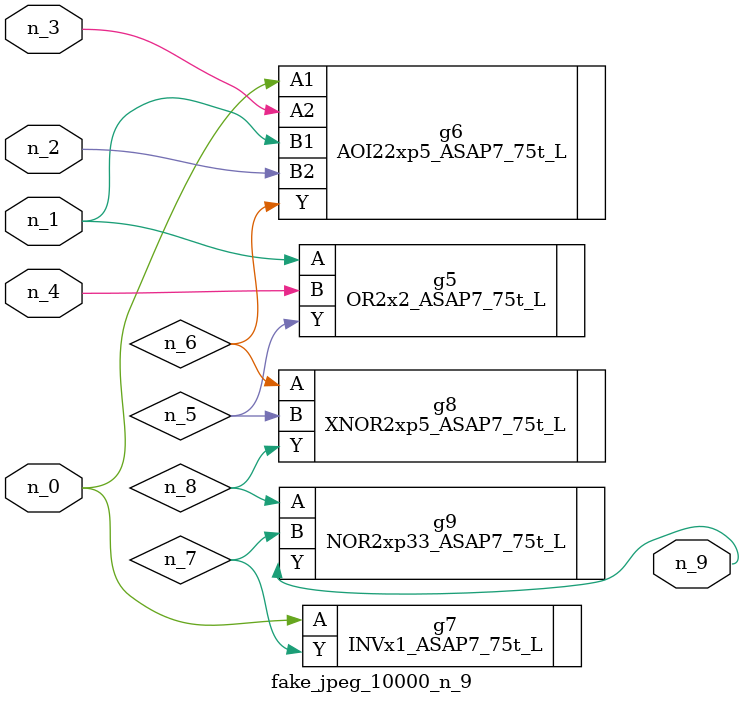
<source format=v>
module fake_jpeg_10000_n_9 (n_3, n_2, n_1, n_0, n_4, n_9);

input n_3;
input n_2;
input n_1;
input n_0;
input n_4;

output n_9;

wire n_8;
wire n_6;
wire n_5;
wire n_7;

OR2x2_ASAP7_75t_L g5 ( 
.A(n_1),
.B(n_4),
.Y(n_5)
);

AOI22xp5_ASAP7_75t_L g6 ( 
.A1(n_0),
.A2(n_3),
.B1(n_1),
.B2(n_2),
.Y(n_6)
);

INVx1_ASAP7_75t_L g7 ( 
.A(n_0),
.Y(n_7)
);

XNOR2xp5_ASAP7_75t_L g8 ( 
.A(n_6),
.B(n_5),
.Y(n_8)
);

NOR2xp33_ASAP7_75t_L g9 ( 
.A(n_8),
.B(n_7),
.Y(n_9)
);


endmodule
</source>
